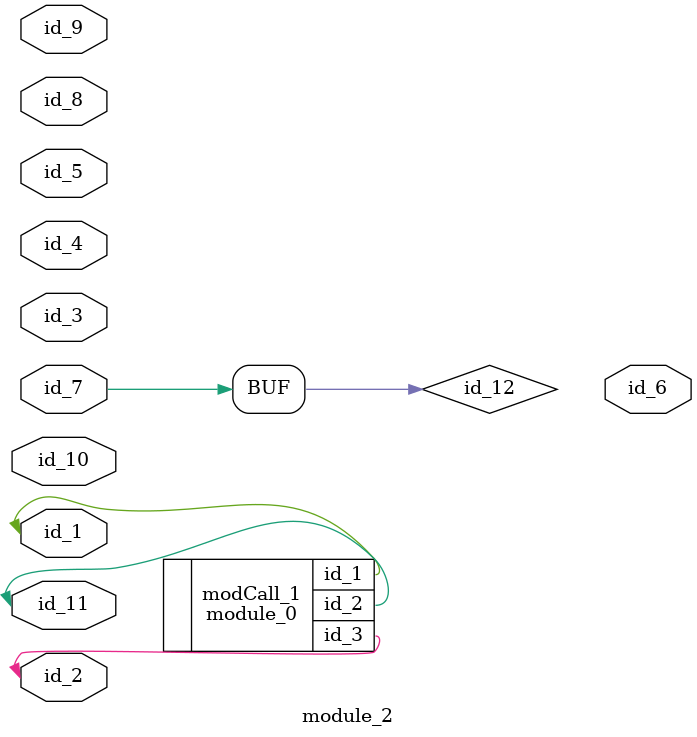
<source format=v>
module module_0 (
    id_1,
    id_2,
    id_3
);
  output wire id_3;
  output wire id_2;
  inout wire id_1;
  assign id_3 = 1;
  assign id_2[1] = id_1;
  wire id_4;
  wire id_5;
  wire id_6;
endmodule
module module_1 (
    id_1,
    id_2,
    id_3
);
  output wire id_3;
  inout wire id_2;
  input wire id_1;
  wire id_4;
  module_0 modCall_1 (
      id_4,
      id_3,
      id_4
  );
  assign id_3[1] = 1;
endmodule
module module_2 (
    id_1,
    id_2,
    id_3,
    id_4,
    id_5,
    id_6,
    id_7,
    id_8,
    id_9,
    id_10,
    id_11
);
  inout wire id_11;
  input wire id_10;
  input wire id_9;
  input wire id_8;
  input wire id_7;
  output wire id_6;
  input wire id_5;
  input wire id_4;
  input wire id_3;
  inout wire id_2;
  inout wire id_1;
  assign id_11[1] = 1'h0;
  wire id_12 = id_7;
  module_0 modCall_1 (
      id_1,
      id_11,
      id_2
  );
endmodule

</source>
